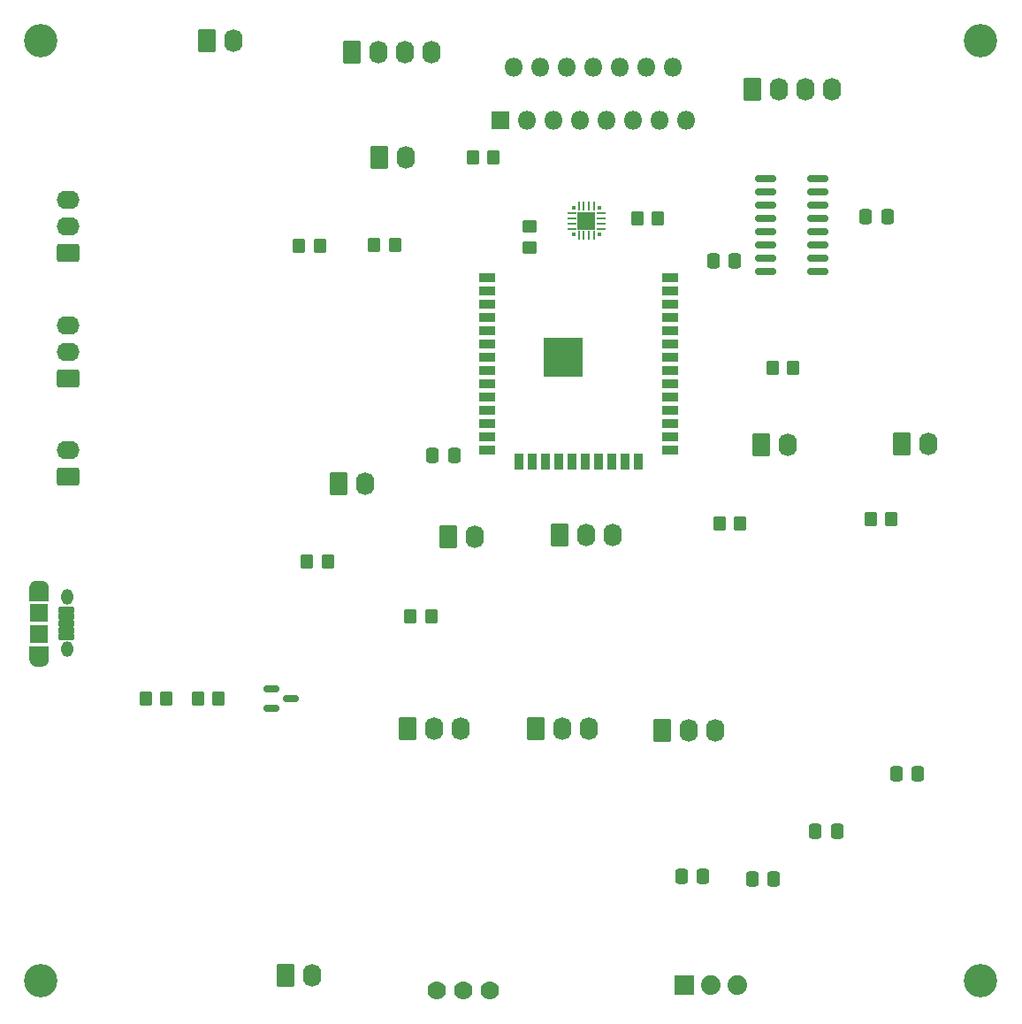
<source format=gbr>
%TF.GenerationSoftware,KiCad,Pcbnew,8.0.8*%
%TF.CreationDate,2025-03-02T22:54:24-06:00*%
%TF.ProjectId,Third Design (PCBWay 1),54686972-6420-4446-9573-69676e202850,rev?*%
%TF.SameCoordinates,Original*%
%TF.FileFunction,Soldermask,Top*%
%TF.FilePolarity,Negative*%
%FSLAX46Y46*%
G04 Gerber Fmt 4.6, Leading zero omitted, Abs format (unit mm)*
G04 Created by KiCad (PCBNEW 8.0.8) date 2025-03-02 22:54:24*
%MOMM*%
%LPD*%
G01*
G04 APERTURE LIST*
G04 Aperture macros list*
%AMRoundRect*
0 Rectangle with rounded corners*
0 $1 Rounding radius*
0 $2 $3 $4 $5 $6 $7 $8 $9 X,Y pos of 4 corners*
0 Add a 4 corners polygon primitive as box body*
4,1,4,$2,$3,$4,$5,$6,$7,$8,$9,$2,$3,0*
0 Add four circle primitives for the rounded corners*
1,1,$1+$1,$2,$3*
1,1,$1+$1,$4,$5*
1,1,$1+$1,$6,$7*
1,1,$1+$1,$8,$9*
0 Add four rect primitives between the rounded corners*
20,1,$1+$1,$2,$3,$4,$5,0*
20,1,$1+$1,$4,$5,$6,$7,0*
20,1,$1+$1,$6,$7,$8,$9,0*
20,1,$1+$1,$8,$9,$2,$3,0*%
G04 Aperture macros list end*
%ADD10C,0.010000*%
%ADD11RoundRect,0.250000X0.450000X-0.350000X0.450000X0.350000X-0.450000X0.350000X-0.450000X-0.350000X0*%
%ADD12RoundRect,0.250000X-0.350000X-0.450000X0.350000X-0.450000X0.350000X0.450000X-0.350000X0.450000X0*%
%ADD13C,3.200000*%
%ADD14RoundRect,0.250000X-0.620000X-0.845000X0.620000X-0.845000X0.620000X0.845000X-0.620000X0.845000X0*%
%ADD15O,1.740000X2.190000*%
%ADD16RoundRect,0.250000X0.845000X-0.620000X0.845000X0.620000X-0.845000X0.620000X-0.845000X-0.620000X0*%
%ADD17O,2.190000X1.740000*%
%ADD18RoundRect,0.102000X-0.675000X0.200000X-0.675000X-0.200000X0.675000X-0.200000X0.675000X0.200000X0*%
%ADD19RoundRect,0.102000X-0.775000X0.750000X-0.775000X-0.750000X0.775000X-0.750000X0.775000X0.750000X0*%
%ADD20O,1.154000X1.504000*%
%ADD21RoundRect,0.250000X-0.337500X-0.475000X0.337500X-0.475000X0.337500X0.475000X-0.337500X0.475000X0*%
%ADD22RoundRect,0.150000X-0.850000X-0.150000X0.850000X-0.150000X0.850000X0.150000X-0.850000X0.150000X0*%
%ADD23R,1.500000X0.900000*%
%ADD24R,0.900000X1.500000*%
%ADD25C,0.600000*%
%ADD26R,3.800000X3.800000*%
%ADD27C,1.778000*%
%ADD28R,1.879600X1.879600*%
%ADD29C,1.879600*%
%ADD30RoundRect,0.150000X-0.587500X-0.150000X0.587500X-0.150000X0.587500X0.150000X-0.587500X0.150000X0*%
%ADD31R,1.800000X1.800000*%
%ADD32O,1.800000X1.800000*%
%ADD33R,0.355600X0.355600*%
%ADD34R,0.254000X0.812800*%
%ADD35R,0.812800X0.254000*%
%ADD36R,1.701800X1.701800*%
G04 APERTURE END LIST*
D10*
%TO.C,J18*%
X105081000Y-106740000D02*
X105113000Y-106742000D01*
X105144000Y-106746000D01*
X105175000Y-106752000D01*
X105205000Y-106759000D01*
X105235000Y-106768000D01*
X105265000Y-106779000D01*
X105294000Y-106791000D01*
X105322000Y-106804000D01*
X105350000Y-106819000D01*
X105377000Y-106836000D01*
X105403000Y-106854000D01*
X105428000Y-106873000D01*
X105451000Y-106893000D01*
X105474000Y-106915000D01*
X105496000Y-106938000D01*
X105516000Y-106961000D01*
X105535000Y-106986000D01*
X105553000Y-107012000D01*
X105570000Y-107039000D01*
X105585000Y-107067000D01*
X105598000Y-107095000D01*
X105610000Y-107124000D01*
X105621000Y-107154000D01*
X105630000Y-107184000D01*
X105637000Y-107214000D01*
X105643000Y-107245000D01*
X105647000Y-107276000D01*
X105649000Y-107308000D01*
X105650000Y-107339000D01*
X105650000Y-108584000D01*
X103900000Y-108584000D01*
X103900000Y-107339000D01*
X103901000Y-107308000D01*
X103903000Y-107276000D01*
X103907000Y-107245000D01*
X103913000Y-107214000D01*
X103920000Y-107184000D01*
X103929000Y-107154000D01*
X103940000Y-107124000D01*
X103952000Y-107095000D01*
X103965000Y-107067000D01*
X103980000Y-107039000D01*
X103997000Y-107012000D01*
X104015000Y-106986000D01*
X104034000Y-106961000D01*
X104054000Y-106938000D01*
X104076000Y-106915000D01*
X104099000Y-106893000D01*
X104122000Y-106873000D01*
X104147000Y-106854000D01*
X104173000Y-106836000D01*
X104200000Y-106819000D01*
X104228000Y-106804000D01*
X104256000Y-106791000D01*
X104285000Y-106779000D01*
X104315000Y-106768000D01*
X104345000Y-106759000D01*
X104375000Y-106752000D01*
X104406000Y-106746000D01*
X104437000Y-106742000D01*
X104469000Y-106740000D01*
X104500000Y-106739000D01*
X105050000Y-106739000D01*
X105081000Y-106740000D01*
G36*
X105081000Y-106740000D02*
G01*
X105113000Y-106742000D01*
X105144000Y-106746000D01*
X105175000Y-106752000D01*
X105205000Y-106759000D01*
X105235000Y-106768000D01*
X105265000Y-106779000D01*
X105294000Y-106791000D01*
X105322000Y-106804000D01*
X105350000Y-106819000D01*
X105377000Y-106836000D01*
X105403000Y-106854000D01*
X105428000Y-106873000D01*
X105451000Y-106893000D01*
X105474000Y-106915000D01*
X105496000Y-106938000D01*
X105516000Y-106961000D01*
X105535000Y-106986000D01*
X105553000Y-107012000D01*
X105570000Y-107039000D01*
X105585000Y-107067000D01*
X105598000Y-107095000D01*
X105610000Y-107124000D01*
X105621000Y-107154000D01*
X105630000Y-107184000D01*
X105637000Y-107214000D01*
X105643000Y-107245000D01*
X105647000Y-107276000D01*
X105649000Y-107308000D01*
X105650000Y-107339000D01*
X105650000Y-108584000D01*
X103900000Y-108584000D01*
X103900000Y-107339000D01*
X103901000Y-107308000D01*
X103903000Y-107276000D01*
X103907000Y-107245000D01*
X103913000Y-107214000D01*
X103920000Y-107184000D01*
X103929000Y-107154000D01*
X103940000Y-107124000D01*
X103952000Y-107095000D01*
X103965000Y-107067000D01*
X103980000Y-107039000D01*
X103997000Y-107012000D01*
X104015000Y-106986000D01*
X104034000Y-106961000D01*
X104054000Y-106938000D01*
X104076000Y-106915000D01*
X104099000Y-106893000D01*
X104122000Y-106873000D01*
X104147000Y-106854000D01*
X104173000Y-106836000D01*
X104200000Y-106819000D01*
X104228000Y-106804000D01*
X104256000Y-106791000D01*
X104285000Y-106779000D01*
X104315000Y-106768000D01*
X104345000Y-106759000D01*
X104375000Y-106752000D01*
X104406000Y-106746000D01*
X104437000Y-106742000D01*
X104469000Y-106740000D01*
X104500000Y-106739000D01*
X105050000Y-106739000D01*
X105081000Y-106740000D01*
G37*
X105650000Y-114229000D02*
X105649000Y-114260000D01*
X105647000Y-114292000D01*
X105643000Y-114323000D01*
X105637000Y-114354000D01*
X105630000Y-114384000D01*
X105621000Y-114414000D01*
X105610000Y-114444000D01*
X105598000Y-114473000D01*
X105585000Y-114501000D01*
X105570000Y-114529000D01*
X105553000Y-114556000D01*
X105535000Y-114582000D01*
X105516000Y-114607000D01*
X105496000Y-114630000D01*
X105474000Y-114653000D01*
X105451000Y-114675000D01*
X105428000Y-114695000D01*
X105403000Y-114714000D01*
X105377000Y-114732000D01*
X105350000Y-114749000D01*
X105322000Y-114764000D01*
X105294000Y-114777000D01*
X105265000Y-114789000D01*
X105235000Y-114800000D01*
X105205000Y-114809000D01*
X105175000Y-114816000D01*
X105144000Y-114822000D01*
X105113000Y-114826000D01*
X105081000Y-114828000D01*
X105050000Y-114829000D01*
X104500000Y-114829000D01*
X104469000Y-114828000D01*
X104437000Y-114826000D01*
X104406000Y-114822000D01*
X104375000Y-114816000D01*
X104345000Y-114809000D01*
X104315000Y-114800000D01*
X104285000Y-114789000D01*
X104256000Y-114777000D01*
X104228000Y-114764000D01*
X104200000Y-114749000D01*
X104173000Y-114732000D01*
X104147000Y-114714000D01*
X104122000Y-114695000D01*
X104099000Y-114675000D01*
X104076000Y-114653000D01*
X104054000Y-114630000D01*
X104034000Y-114607000D01*
X104015000Y-114582000D01*
X103997000Y-114556000D01*
X103980000Y-114529000D01*
X103965000Y-114501000D01*
X103952000Y-114473000D01*
X103940000Y-114444000D01*
X103929000Y-114414000D01*
X103920000Y-114384000D01*
X103913000Y-114354000D01*
X103907000Y-114323000D01*
X103903000Y-114292000D01*
X103901000Y-114260000D01*
X103900000Y-114229000D01*
X103900000Y-112984000D01*
X105650000Y-112984000D01*
X105650000Y-114229000D01*
G36*
X105650000Y-114229000D02*
G01*
X105649000Y-114260000D01*
X105647000Y-114292000D01*
X105643000Y-114323000D01*
X105637000Y-114354000D01*
X105630000Y-114384000D01*
X105621000Y-114414000D01*
X105610000Y-114444000D01*
X105598000Y-114473000D01*
X105585000Y-114501000D01*
X105570000Y-114529000D01*
X105553000Y-114556000D01*
X105535000Y-114582000D01*
X105516000Y-114607000D01*
X105496000Y-114630000D01*
X105474000Y-114653000D01*
X105451000Y-114675000D01*
X105428000Y-114695000D01*
X105403000Y-114714000D01*
X105377000Y-114732000D01*
X105350000Y-114749000D01*
X105322000Y-114764000D01*
X105294000Y-114777000D01*
X105265000Y-114789000D01*
X105235000Y-114800000D01*
X105205000Y-114809000D01*
X105175000Y-114816000D01*
X105144000Y-114822000D01*
X105113000Y-114826000D01*
X105081000Y-114828000D01*
X105050000Y-114829000D01*
X104500000Y-114829000D01*
X104469000Y-114828000D01*
X104437000Y-114826000D01*
X104406000Y-114822000D01*
X104375000Y-114816000D01*
X104345000Y-114809000D01*
X104315000Y-114800000D01*
X104285000Y-114789000D01*
X104256000Y-114777000D01*
X104228000Y-114764000D01*
X104200000Y-114749000D01*
X104173000Y-114732000D01*
X104147000Y-114714000D01*
X104122000Y-114695000D01*
X104099000Y-114675000D01*
X104076000Y-114653000D01*
X104054000Y-114630000D01*
X104034000Y-114607000D01*
X104015000Y-114582000D01*
X103997000Y-114556000D01*
X103980000Y-114529000D01*
X103965000Y-114501000D01*
X103952000Y-114473000D01*
X103940000Y-114444000D01*
X103929000Y-114414000D01*
X103920000Y-114384000D01*
X103913000Y-114354000D01*
X103907000Y-114323000D01*
X103903000Y-114292000D01*
X103901000Y-114260000D01*
X103900000Y-114229000D01*
X103900000Y-112984000D01*
X105650000Y-112984000D01*
X105650000Y-114229000D01*
G37*
%TD*%
D11*
%TO.C,R3*%
X151765000Y-74803000D03*
X151765000Y-72803000D03*
%TD*%
D12*
%TO.C,R5*%
X184436000Y-100838000D03*
X186436000Y-100838000D03*
%TD*%
D13*
%TO.C,H1*%
X105000000Y-55000000D03*
%TD*%
D12*
%TO.C,R13*%
X115000000Y-118000000D03*
X117000000Y-118000000D03*
%TD*%
D14*
%TO.C,J7*%
X133477000Y-97409000D03*
D15*
X136017000Y-97409000D03*
%TD*%
D16*
%TO.C,J2*%
X107569000Y-87376000D03*
D17*
X107569000Y-84836000D03*
X107569000Y-82296000D03*
%TD*%
D18*
%TO.C,J18*%
X107450000Y-109484000D03*
X107450000Y-110134000D03*
X107450000Y-110784000D03*
X107450000Y-111434000D03*
X107450000Y-112084000D03*
D19*
X104775000Y-111784000D03*
X104775000Y-109784000D03*
D20*
X107475000Y-108284000D03*
X107475000Y-113284000D03*
%TD*%
D14*
%TO.C,J9*%
X144018000Y-102489000D03*
D15*
X146558000Y-102489000D03*
%TD*%
D13*
%TO.C,H4*%
X195000000Y-55000000D03*
%TD*%
D12*
%TO.C,R9*%
X169958000Y-101219000D03*
X171958000Y-101219000D03*
%TD*%
D21*
%TO.C,C3*%
X169375000Y-76073000D03*
X171450000Y-76073000D03*
%TD*%
D22*
%TO.C,U6*%
X174371000Y-68199000D03*
X174371000Y-69469000D03*
X174371000Y-70739000D03*
X174371000Y-72009000D03*
X174371000Y-73279000D03*
X174371000Y-74549000D03*
X174371000Y-75819000D03*
X174371000Y-77089000D03*
X179371000Y-77089000D03*
X179371000Y-75819000D03*
X179371000Y-74549000D03*
X179371000Y-73279000D03*
X179371000Y-72009000D03*
X179371000Y-70739000D03*
X179371000Y-69469000D03*
X179371000Y-68199000D03*
%TD*%
D21*
%TO.C,C6*%
X173101000Y-135255000D03*
X175176000Y-135255000D03*
%TD*%
%TO.C,C1*%
X183980000Y-71882000D03*
X186055000Y-71882000D03*
%TD*%
D12*
%TO.C,R8*%
X130461000Y-104902000D03*
X132461000Y-104902000D03*
%TD*%
D13*
%TO.C,H2*%
X195000000Y-145000000D03*
%TD*%
D14*
%TO.C,J3*%
X154686000Y-102362000D03*
D15*
X157226000Y-102362000D03*
X159766000Y-102362000D03*
%TD*%
D16*
%TO.C,J19*%
X107569000Y-96774000D03*
D17*
X107569000Y-94234000D03*
%TD*%
D14*
%TO.C,J10*%
X120904000Y-54991000D03*
D15*
X123444000Y-54991000D03*
%TD*%
D14*
%TO.C,J6*%
X187452000Y-93599000D03*
D15*
X189992000Y-93599000D03*
%TD*%
D23*
%TO.C,U2*%
X147727000Y-77724000D03*
X147727000Y-78994000D03*
X147727000Y-80264000D03*
X147727000Y-81534000D03*
X147727000Y-82804000D03*
X147727000Y-84074000D03*
X147727000Y-85344000D03*
X147727000Y-86614000D03*
X147727000Y-87884000D03*
X147727000Y-89154000D03*
X147727000Y-90424000D03*
X147727000Y-91694000D03*
X147727000Y-92964000D03*
X147727000Y-94234000D03*
D24*
X150762000Y-95329000D03*
X152032000Y-95329000D03*
X153302000Y-95329000D03*
X154572000Y-95329000D03*
X155842000Y-95329000D03*
X157112000Y-95329000D03*
X158382000Y-95329000D03*
X159652000Y-95329000D03*
X160922000Y-95329000D03*
X162192000Y-95329000D03*
D23*
X165227000Y-94234000D03*
X165227000Y-92964000D03*
X165227000Y-91694000D03*
X165227000Y-90424000D03*
X165227000Y-89154000D03*
X165227000Y-87884000D03*
X165227000Y-86614000D03*
X165227000Y-85344000D03*
X165227000Y-84074000D03*
X165227000Y-82804000D03*
X165227000Y-81534000D03*
X165227000Y-80264000D03*
X165227000Y-78994000D03*
X165227000Y-77724000D03*
D25*
X153577000Y-84589000D03*
X153577000Y-85989000D03*
X154277000Y-83889000D03*
X154277000Y-85289000D03*
X154277000Y-86689000D03*
X154977000Y-84589000D03*
D26*
X154977000Y-85289000D03*
D25*
X154977000Y-85989000D03*
X155677000Y-83889000D03*
X155677000Y-85289000D03*
X155677000Y-86689000D03*
X156377000Y-84589000D03*
X156377000Y-85989000D03*
%TD*%
D14*
%TO.C,J5*%
X134747000Y-56134000D03*
D15*
X137287000Y-56134000D03*
X139827000Y-56134000D03*
X142367000Y-56134000D03*
%TD*%
D12*
%TO.C,R1*%
X136906000Y-74549000D03*
X138906000Y-74549000D03*
%TD*%
D27*
%TO.C,U3*%
X142875000Y-145923000D03*
X145415000Y-145923000D03*
X147955000Y-145923000D03*
%TD*%
D28*
%TO.C,U1*%
X166624000Y-145415000D03*
D29*
X169164000Y-145415000D03*
X171704000Y-145415000D03*
%TD*%
D12*
%TO.C,R11*%
X146336000Y-66167000D03*
X148336000Y-66167000D03*
%TD*%
%TO.C,R10*%
X140367000Y-110109000D03*
X142367000Y-110109000D03*
%TD*%
%TO.C,R2*%
X129699000Y-74676000D03*
X131699000Y-74676000D03*
%TD*%
D16*
%TO.C,J17*%
X107569000Y-75311000D03*
D17*
X107569000Y-72771000D03*
X107569000Y-70231000D03*
%TD*%
D21*
%TO.C,C4*%
X142472500Y-94742000D03*
X144547500Y-94742000D03*
%TD*%
D30*
%TO.C,Q1*%
X127062500Y-117050000D03*
X127062500Y-118950000D03*
X128937500Y-118000000D03*
%TD*%
D12*
%TO.C,R4*%
X175038000Y-86360000D03*
X177038000Y-86360000D03*
%TD*%
D21*
%TO.C,C7*%
X186901000Y-125222000D03*
X188976000Y-125222000D03*
%TD*%
D14*
%TO.C,J11*%
X173101000Y-59690000D03*
D15*
X175641000Y-59690000D03*
X178181000Y-59690000D03*
X180721000Y-59690000D03*
%TD*%
D12*
%TO.C,R12*%
X162084000Y-72009000D03*
X164084000Y-72009000D03*
%TD*%
D14*
%TO.C,J16*%
X137414000Y-66167000D03*
D15*
X139954000Y-66167000D03*
%TD*%
D14*
%TO.C,J15*%
X164465000Y-121031000D03*
D15*
X167005000Y-121031000D03*
X169545000Y-121031000D03*
%TD*%
D12*
%TO.C,R14*%
X120000000Y-118000000D03*
X122000000Y-118000000D03*
%TD*%
D14*
%TO.C,J1*%
X128397000Y-144526000D03*
D15*
X130937000Y-144526000D03*
%TD*%
D14*
%TO.C,J14*%
X152400000Y-120904000D03*
D15*
X154940000Y-120904000D03*
X157480000Y-120904000D03*
%TD*%
D21*
%TO.C,C5*%
X166327000Y-135001000D03*
X168402000Y-135001000D03*
%TD*%
D14*
%TO.C,J13*%
X140081000Y-120904000D03*
D15*
X142621000Y-120904000D03*
X145161000Y-120904000D03*
%TD*%
D21*
%TO.C,C8*%
X179154000Y-130683000D03*
X181229000Y-130683000D03*
%TD*%
D13*
%TO.C,H3*%
X105000000Y-145000000D03*
%TD*%
D31*
%TO.C,U5*%
X148971000Y-62611000D03*
D32*
X150241000Y-57531000D03*
X151511000Y-62611000D03*
X152781000Y-57531000D03*
X154051000Y-62611000D03*
X155321000Y-57531000D03*
X156591000Y-62611000D03*
X157861000Y-57531000D03*
X159131000Y-62611000D03*
X160401000Y-57531000D03*
X161671000Y-62611000D03*
X162941000Y-57531000D03*
X164211000Y-62611000D03*
X165481000Y-57531000D03*
X166751000Y-62611000D03*
%TD*%
D14*
%TO.C,J8*%
X173990000Y-93726000D03*
D15*
X176530000Y-93726000D03*
%TD*%
D33*
%TO.C,U7*%
X158487872Y-71013000D03*
D34*
X157988000Y-70866000D03*
X157487874Y-70866000D03*
X156987748Y-70866000D03*
X156487622Y-70866000D03*
D33*
X155987750Y-71013000D03*
D35*
X155840811Y-71512811D03*
X155840811Y-72012937D03*
X155840811Y-72513063D03*
X155840811Y-73013189D03*
D33*
X155987750Y-73513000D03*
D34*
X156487622Y-73660000D03*
X156987748Y-73660000D03*
X157487874Y-73660000D03*
X157988000Y-73660000D03*
D33*
X158487872Y-73513000D03*
D35*
X158634811Y-73013189D03*
X158634811Y-72513063D03*
X158634811Y-72012937D03*
X158634811Y-71512811D03*
D36*
X157237811Y-72263000D03*
%TD*%
M02*

</source>
